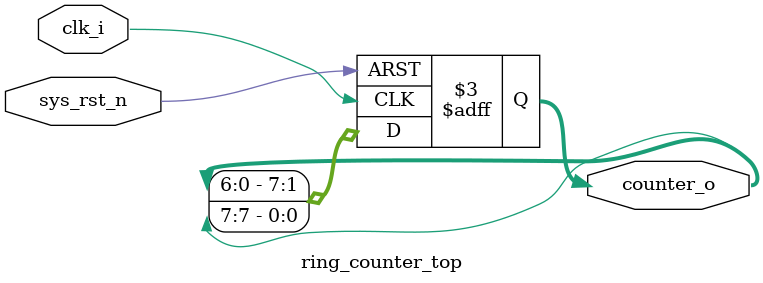
<source format=v>
module ring_counter_top(
  input 	clk_i,          // clock signal
  input sys_rst_n,        //reset signal
  output reg[7:0] counter_o   //counter o/p values
  );

always @ (posedge clk_i or negedge sys_rst_n)
begin

  if(~sys_rst_n) counter_o <= 8'b00000001;
  else
    begin
    counter_o[1] <= counter_o[0];
    counter_o[2] <= counter_o[1];
    counter_o[3] <= counter_o[2];
    counter_o[4] <= counter_o[3];
    counter_o[5] <= counter_o[4];
    counter_o[6] <= counter_o[5];
    counter_o[7] <= counter_o[6];
    counter_o[0] <= counter_o[7];
    end
    
end
endmodule

</source>
